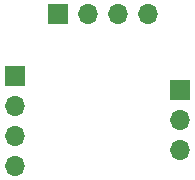
<source format=gbr>
%TF.GenerationSoftware,KiCad,Pcbnew,9.0.0*%
%TF.CreationDate,2025-05-17T14:57:31+07:00*%
%TF.ProjectId,PCB AS5600 satuan,50434220-4153-4353-9630-302073617475,rev?*%
%TF.SameCoordinates,Original*%
%TF.FileFunction,Soldermask,Top*%
%TF.FilePolarity,Negative*%
%FSLAX46Y46*%
G04 Gerber Fmt 4.6, Leading zero omitted, Abs format (unit mm)*
G04 Created by KiCad (PCBNEW 9.0.0) date 2025-05-17 14:57:31*
%MOMM*%
%LPD*%
G01*
G04 APERTURE LIST*
%ADD10R,1.700000X1.700000*%
%ADD11O,1.700000X1.700000*%
G04 APERTURE END LIST*
D10*
%TO.C,J1*%
X100600000Y-59100000D03*
D11*
X100600000Y-61640000D03*
X100600000Y-64180000D03*
X100600000Y-66720000D03*
%TD*%
D10*
%TO.C,J2*%
X114600000Y-60320000D03*
D11*
X114600000Y-62860000D03*
X114600000Y-65400000D03*
%TD*%
D10*
%TO.C,J3*%
X104300000Y-53900000D03*
D11*
X106840000Y-53900000D03*
X109380000Y-53900000D03*
X111920000Y-53900000D03*
%TD*%
M02*

</source>
